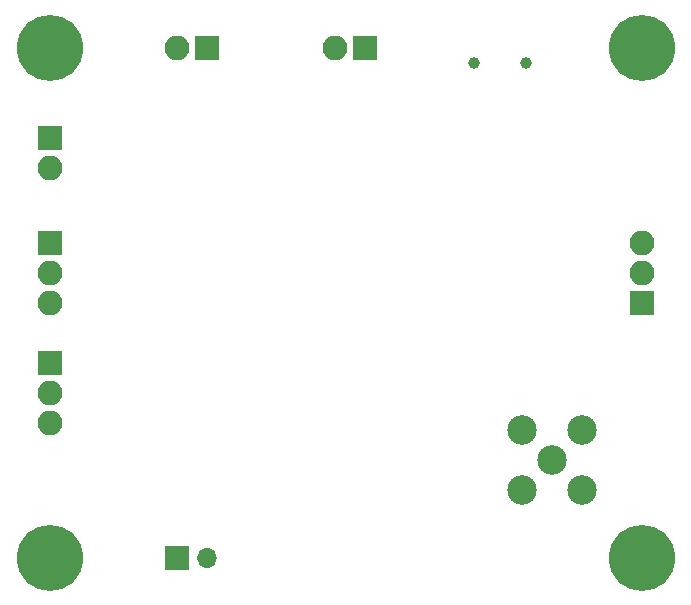
<source format=gbs>
%TF.GenerationSoftware,KiCad,Pcbnew,7.0.4*%
%TF.CreationDate,2023-06-12T18:25:08+02:00*%
%TF.ProjectId,ublox-lea-6h-breakout,75626c6f-782d-46c6-9561-2d36682d6272,rev?*%
%TF.SameCoordinates,Original*%
%TF.FileFunction,Soldermask,Bot*%
%TF.FilePolarity,Negative*%
%FSLAX46Y46*%
G04 Gerber Fmt 4.6, Leading zero omitted, Abs format (unit mm)*
G04 Created by KiCad (PCBNEW 7.0.4) date 2023-06-12 18:25:08*
%MOMM*%
%LPD*%
G01*
G04 APERTURE LIST*
%ADD10R,2.100000X2.100000*%
%ADD11O,2.100000X2.100000*%
%ADD12C,3.600000*%
%ADD13C,5.600000*%
%ADD14O,1.700000X1.700000*%
%ADD15C,2.500000*%
%ADD16C,1.000000*%
G04 APERTURE END LIST*
D10*
%TO.C,J7*%
X86995000Y-115570000D03*
D11*
X86995000Y-118110000D03*
X86995000Y-120650000D03*
%TD*%
D10*
%TO.C,J9*%
X86995000Y-105425000D03*
D11*
X86995000Y-107965000D03*
X86995000Y-110505000D03*
%TD*%
D10*
%TO.C,J4*%
X137160000Y-110490000D03*
D11*
X137160000Y-107950000D03*
X137160000Y-105410000D03*
%TD*%
D10*
%TO.C,J6*%
X113665000Y-88900000D03*
D11*
X111125000Y-88900000D03*
%TD*%
D10*
%TO.C,J8*%
X86995000Y-96520000D03*
D11*
X86995000Y-99060000D03*
%TD*%
D12*
%TO.C,H2*%
X137160000Y-88900000D03*
D13*
X137160000Y-88900000D03*
%TD*%
D12*
%TO.C,H4*%
X86995000Y-132080000D03*
D13*
X86995000Y-132080000D03*
%TD*%
D10*
%TO.C,J3*%
X97790000Y-132080000D03*
D14*
X100330000Y-132080000D03*
%TD*%
D15*
%TO.C,J2*%
X129540000Y-123825000D03*
X127000000Y-121285000D03*
X127000000Y-126365000D03*
X132080000Y-121285000D03*
X132080000Y-126365000D03*
%TD*%
D12*
%TO.C,H1*%
X86995000Y-88900000D03*
D13*
X86995000Y-88900000D03*
%TD*%
D16*
%TO.C,J10*%
X127295000Y-90170000D03*
X122895000Y-90170000D03*
%TD*%
D12*
%TO.C,H3*%
X137160000Y-132080000D03*
D13*
X137160000Y-132080000D03*
%TD*%
D10*
%TO.C,J5*%
X100330000Y-88900000D03*
D11*
X97790000Y-88900000D03*
%TD*%
M02*

</source>
